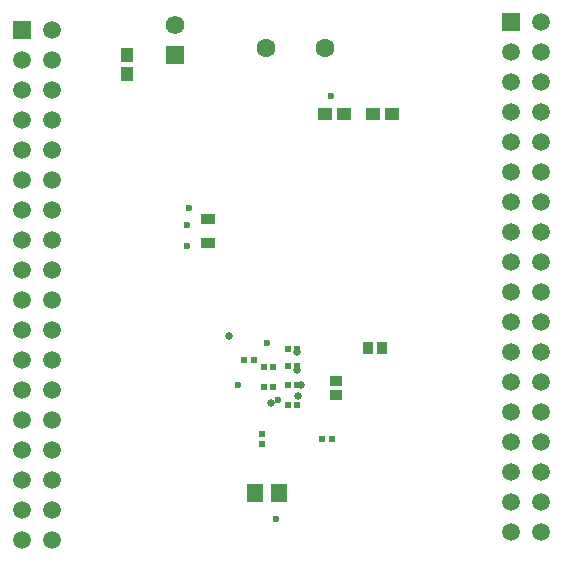
<source format=gbr>
%TF.GenerationSoftware,Altium Limited,Altium Designer,24.10.1 (45)*%
G04 Layer_Color=16711935*
%FSLAX45Y45*%
%MOMM*%
%TF.SameCoordinates,4DA1E9EC-797C-4A4C-9375-46A5AD340D12*%
%TF.FilePolarity,Negative*%
%TF.FileFunction,Soldermask,Bot*%
%TF.Part,Single*%
G01*
G75*
%TA.AperFunction,ComponentPad*%
%ADD34C,1.57000*%
%ADD35R,1.57000X1.57000*%
%TA.AperFunction,SMDPad,CuDef*%
%ADD41R,1.01213X1.20840*%
%ADD42R,1.20840X1.01213*%
%ADD43R,1.20620X0.95620*%
%ADD44R,0.52000X0.52000*%
%ADD45R,0.52000X0.52000*%
%TA.AperFunction,ComponentPad*%
%ADD59C,1.52000*%
%ADD60R,1.52000X1.52000*%
%ADD61C,1.60000*%
%TA.AperFunction,ViaPad*%
%ADD62C,0.60000*%
%ADD63C,0.65000*%
%TA.AperFunction,SMDPad,CuDef*%
%ADD64R,1.35000X1.60000*%
%ADD65R,0.95000X1.05000*%
%ADD66R,1.05000X0.95000*%
D34*
X1524000Y4660900D02*
D03*
D35*
Y4406900D02*
D03*
D41*
X1117600Y4410887D02*
D03*
Y4250513D02*
D03*
D42*
X3356787Y3911600D02*
D03*
X3196413D02*
D03*
X2950387D02*
D03*
X2790013D02*
D03*
D43*
X1803399Y3023500D02*
D03*
Y2818500D02*
D03*
D44*
X2106300Y1828800D02*
D03*
X2186300D02*
D03*
X2271400Y1600200D02*
D03*
X2351400D02*
D03*
X2271400Y1765300D02*
D03*
X2351400D02*
D03*
X2846700Y1155700D02*
D03*
X2766700D02*
D03*
X2474600Y1447800D02*
D03*
X2554600D02*
D03*
X2474600Y1612900D02*
D03*
X2554600D02*
D03*
X2474600Y1778000D02*
D03*
X2554600D02*
D03*
X2474600Y1917700D02*
D03*
X2554600D02*
D03*
D45*
X2260600Y1195700D02*
D03*
Y1115700D02*
D03*
D59*
X4622800Y368300D02*
D03*
X4368800D02*
D03*
X4622800Y622300D02*
D03*
X4368800D02*
D03*
X4622800Y876300D02*
D03*
X4368800D02*
D03*
X4622800Y1130300D02*
D03*
X4368800D02*
D03*
X4622800Y1384300D02*
D03*
X4368800D02*
D03*
X4622800Y1638300D02*
D03*
X4368800D02*
D03*
X4622800Y1892300D02*
D03*
X4368800D02*
D03*
X4622800Y2146300D02*
D03*
X4368800D02*
D03*
X4622800Y2400300D02*
D03*
X4368800D02*
D03*
X4622800Y2654300D02*
D03*
X4368800D02*
D03*
X4622800Y2908300D02*
D03*
X4368800D02*
D03*
X4622800Y3162300D02*
D03*
X4368800D02*
D03*
X4622800Y3416300D02*
D03*
X4368800D02*
D03*
X4622800Y3670300D02*
D03*
X4368800D02*
D03*
X4622800Y3924300D02*
D03*
X4368800D02*
D03*
X4622800Y4178300D02*
D03*
X4368800D02*
D03*
X4622800Y4432300D02*
D03*
X4368800D02*
D03*
X4622800Y4686300D02*
D03*
X482600Y4622800D02*
D03*
X228600Y4368800D02*
D03*
X482600D02*
D03*
X228600Y4114800D02*
D03*
X482600D02*
D03*
X228600Y3860800D02*
D03*
X482600D02*
D03*
X228600Y3606800D02*
D03*
X482600D02*
D03*
X228600Y3352800D02*
D03*
X482600D02*
D03*
X228600Y3098800D02*
D03*
X482600D02*
D03*
X228600Y2844800D02*
D03*
X482600D02*
D03*
X228600Y2590800D02*
D03*
X482600D02*
D03*
X228600Y2336800D02*
D03*
X482600D02*
D03*
X228600Y2082800D02*
D03*
X482600D02*
D03*
X228600Y1828800D02*
D03*
X482600D02*
D03*
X228600Y1574800D02*
D03*
X482600D02*
D03*
X228600Y1320800D02*
D03*
X482600D02*
D03*
X228600Y1066800D02*
D03*
X482600D02*
D03*
X228600Y812800D02*
D03*
X482600D02*
D03*
X228600Y558800D02*
D03*
X482600D02*
D03*
X228600Y304800D02*
D03*
X482600D02*
D03*
D60*
X4368800Y4686300D02*
D03*
X228600Y4622800D02*
D03*
D61*
X2287000Y4470400D02*
D03*
X2787000D02*
D03*
D62*
X2057400Y1612900D02*
D03*
X1638300Y3111500D02*
D03*
X1625600Y2794000D02*
D03*
Y2971800D02*
D03*
X2844800Y4064000D02*
D03*
X2390644Y1487422D02*
D03*
X2298700Y1968500D02*
D03*
X2374900Y482600D02*
D03*
D63*
X2550117Y1892736D02*
D03*
Y1740336D02*
D03*
X2565400Y1524000D02*
D03*
X2590800Y1612900D02*
D03*
X1981200Y2032000D02*
D03*
X2336800Y1460500D02*
D03*
D64*
X2198700Y698500D02*
D03*
X2398700D02*
D03*
D65*
X3150600Y1930400D02*
D03*
X3275600D02*
D03*
D66*
X2882900Y1526000D02*
D03*
Y1651000D02*
D03*
%TF.MD5,06659c8492bce13c21b6086bb0d9e3f2*%
M02*

</source>
